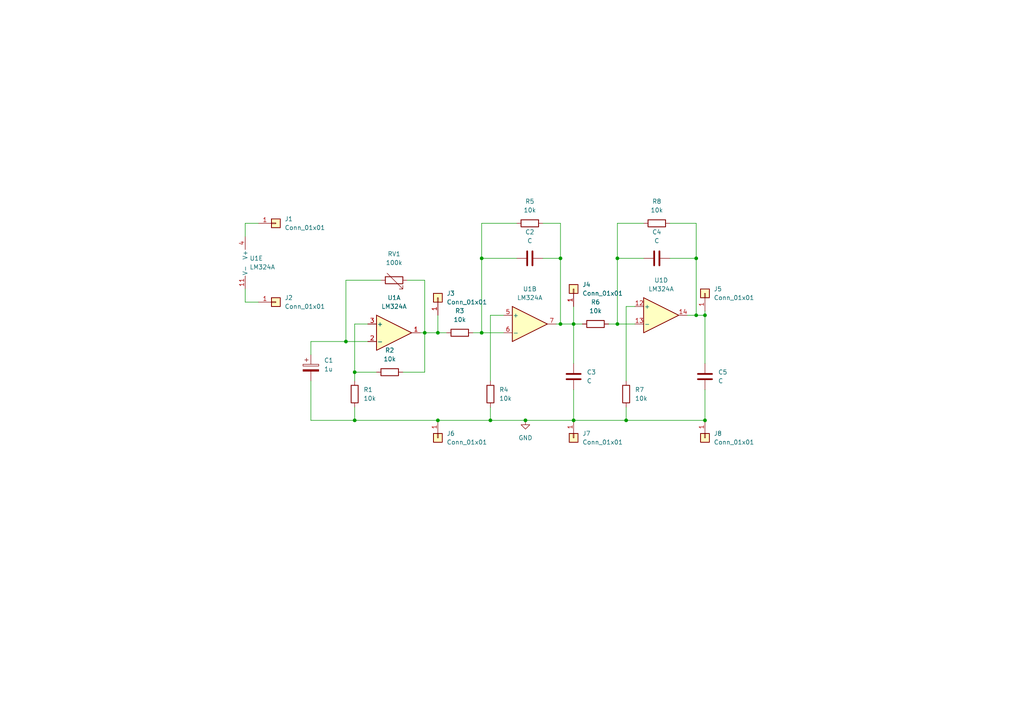
<source format=kicad_sch>
(kicad_sch (version 20211123) (generator eeschema)
  (paper "A4")
  (title_block (title "Generador de Ondas") (date "2022-09-01") (rev "1.0") (company "Instituto Tecnológico de Costa Rica") (comment 1 "Prototipo de PCB"))
  (lib_symbols
    (symbol "Amplifier_Operational:LM324A" (pin_names (offset 0.127))
      (property "Reference" "U" (at 0 5.08 0))
      (property "Value" "LM324A" (at 0 -5.08 0))
      (symbol "LM324A_1_1"
        (polyline (pts (xy -5.08 5.08) (xy 5.08 0) (xy -5.08 -5.08) (xy -5.08 5.08)) (stroke (width 0.254)) (fill (type background)))
        (pin output line (at 7.62 0 180) (length 2.54) (name "~") (number "1"))
        (pin input line (at -7.62 -2.54 0) (length 2.54) (name "-") (number "2"))
        (pin input line (at -7.62 2.54 0) (length 2.54) (name "+") (number "3"))
      )
      (symbol "LM324A_2_1"
        (polyline (pts (xy -5.08 5.08) (xy 5.08 0) (xy -5.08 -5.08) (xy -5.08 5.08)) (stroke (width 0.254)) (fill (type background)))
        (pin input line (at -7.62 2.54 0) (length 2.54) (name "+") (number "5"))
        (pin input line (at -7.62 -2.54 0) (length 2.54) (name "-") (number "6"))
        (pin output line (at 7.62 0 180) (length 2.54) (name "~") (number "7"))
      )
      (symbol "LM324A_3_1"
        (polyline (pts (xy -5.08 5.08) (xy 5.08 0) (xy -5.08 -5.08) (xy -5.08 5.08)) (stroke (width 0.254)) (fill (type background)))
        (pin input line (at -7.62 2.54 0) (length 2.54) (name "+") (number "10"))
        (pin output line (at 7.62 0 180) (length 2.54) (name "~") (number "8"))
        (pin input line (at -7.62 -2.54 0) (length 2.54) (name "-") (number "9"))
      )
      (symbol "LM324A_4_1"
        (polyline (pts (xy -5.08 5.08) (xy 5.08 0) (xy -5.08 -5.08) (xy -5.08 5.08)) (stroke (width 0.254)) (fill (type background)))
        (pin input line (at -7.62 2.54 0) (length 2.54) (name "+") (number "12"))
        (pin input line (at -7.62 -2.54 0) (length 2.54) (name "-") (number "13"))
        (pin output line (at 7.62 0 180) (length 2.54) (name "~") (number "14"))
      )
      (symbol "LM324A_5_1"
        (pin power_in line (at -2.54 -7.62 90) (length 3.81) (name "V-") (number "11"))
        (pin power_in line (at -2.54 7.62 270) (length 3.81) (name "V+") (number "4"))
      )
    )
    (symbol "Connector_Generic:Conn_01x01" (pin_names (offset 1.016) hide)
      (property "Reference" "J" (at 0 2.54 0))
      (property "Value" "Conn_01x01" (at 0 -2.54 0))
      (symbol "Conn_01x01_1_1"
        (rectangle (start -1.27 0.127) (end 0 -0.127) (stroke (width 0.1524)))
        (rectangle (start -1.27 1.27) (end 1.27 -1.27) (stroke (width 0.254)) (fill (type background)))
        (pin passive line (at -5.08 0 0) (length 3.81) (name "Pin_1") (number "1"))
      )
    )
    (symbol "Device:C" (pin_numbers hide) (pin_names (offset 0.254))
      (property "Reference" "C" (at 0.635 2.54 0))
      (property "Value" "C" (at 0.635 -2.54 0))
      (symbol "C_0_1"
        (polyline (pts (xy -2.032 -0.762) (xy 2.032 -0.762)) (stroke (width 0.508)))
        (polyline (pts (xy -2.032 0.762) (xy 2.032 0.762)) (stroke (width 0.508)))
      )
      (symbol "C_1_1"
        (pin passive line (at 0 3.81 270) (length 2.794) (name "~") (number "1"))
        (pin passive line (at 0 -3.81 90) (length 2.794) (name "~") (number "2"))
      )
    )
    (symbol "Device:C_Polarized" (pin_numbers hide) (pin_names (offset 0.254))
      (property "Reference" "C" (at 0.635 2.54 0))
      (property "Value" "C_Polarized" (at 0.635 -2.54 0))
      (symbol "C_Polarized_0_1"
        (rectangle (start -2.286 0.508) (end 2.286 1.016))
        (polyline (pts (xy -1.778 2.286) (xy -0.762 2.286)))
        (polyline (pts (xy -1.27 2.794) (xy -1.27 1.778)))
        (rectangle (start 2.286 -0.508) (end -2.286 -1.016) (fill (type outline)))
      )
      (symbol "C_Polarized_1_1"
        (pin passive line (at 0 3.81 270) (length 2.794) (name "~") (number "1"))
        (pin passive line (at 0 -3.81 90) (length 2.794) (name "~") (number "2"))
      )
    )
    (symbol "Device:R" (pin_numbers hide) (pin_names (offset 0))
      (property "Reference" "R" (at 2.032 0 90))
      (property "Value" "R" (at 0 0 90))
      (symbol "R_0_1"
        (rectangle (start -1.016 -2.54) (end 1.016 2.54) (stroke (width 0.254)))
      )
      (symbol "R_1_1"
        (pin passive line (at 0 3.81 270) (length 1.27) (name "~") (number "1"))
        (pin passive line (at 0 -3.81 90) (length 1.27) (name "~") (number "2"))
      )
    )
    (symbol "Device:R_Variable" (pin_numbers hide) (pin_names (offset 0))
      (property "Reference" "R" (at 2.54 -2.54 90))
      (property "Value" "R_Variable" (at -2.54 -1.27 90))
      (symbol "R_Variable_0_1"
        (rectangle (start -1.016 -2.54) (end 1.016 2.54) (stroke (width 0.254)))
        (polyline (pts (xy 2.54 1.524) (xy 2.54 2.54) (xy 1.524 2.54) (xy 2.54 2.54) (xy -2.032 -2.032)))
      )
      (symbol "R_Variable_1_1"
        (pin passive line (at 0 3.81 270) (length 1.27) (name "~") (number "1"))
        (pin passive line (at 0 -3.81 90) (length 1.27) (name "~") (number "2"))
      )
    )
    (symbol "power:GND" (power) (pin_names (offset 0))
      (property "Value" "GND" (at 0 -3.81 0))
      (symbol "GND_0_1"
        (polyline (pts (xy 0 0) (xy 0 -1.27) (xy 1.27 -1.27) (xy 0 -2.54) (xy -1.27 -1.27) (xy 0 -1.27)))
      )
      (symbol "GND_1_1"
        (pin power_in line (at 0 0 270) (length 0) hide (name "GND") (number "1"))
      )
    )
  )
  (junction (at 102.87 107.95))
  (junction (at 204.47 91.44))
  (junction (at 142.24 121.92))
  (junction (at 166.37 93.98))
  (junction (at 204.47 121.92))
  (junction (at 162.56 93.98))
  (junction (at 201.93 74.93))
  (junction (at 123.19 96.52))
  (junction (at 127 96.52))
  (junction (at 162.56 74.93))
  (junction (at 152.4 121.92))
  (junction (at 179.07 93.98))
  (junction (at 102.87 121.92))
  (junction (at 179.07 74.93))
  (junction (at 181.61 121.92))
  (junction (at 127 121.92))
  (junction (at 100.33 99.06))
  (junction (at 139.7 96.52))
  (junction (at 166.37 121.92))
  (junction (at 139.7 74.93))
  (junction (at 201.93 91.44))
  (wire (pts (xy 102.87 118.11) (xy 102.87 121.92)))
  (wire (pts (xy 123.19 96.52) (xy 127 96.52)))
  (wire (pts (xy 166.37 121.92) (xy 181.61 121.92)))
  (wire (pts (xy 179.07 93.98) (xy 184.15 93.98)))
  (wire (pts (xy 100.33 99.06) (xy 90.17 99.06)))
  (wire (pts (xy 204.47 90.17) (xy 204.47 91.44)))
  (wire (pts (xy 90.17 99.06) (xy 90.17 102.87)))
  (wire (pts (xy 179.07 64.77) (xy 179.07 74.93)))
  (wire (pts (xy 71.12 64.77) (xy 71.12 68.58)))
  (wire (pts (xy 162.56 93.98) (xy 166.37 93.98)))
  (wire (pts (xy 123.19 81.28) (xy 123.19 96.52)))
  (wire (pts (xy 139.7 96.52) (xy 146.05 96.52)))
  (wire (pts (xy 102.87 121.92) (xy 127 121.92)))
  (wire (pts (xy 142.24 118.11) (xy 142.24 121.92)))
  (wire (pts (xy 137.16 96.52) (xy 139.7 96.52)))
  (wire (pts (xy 201.93 64.77) (xy 201.93 74.93)))
  (wire (pts (xy 90.17 110.49) (xy 90.17 121.92)))
  (wire (pts (xy 157.48 64.77) (xy 162.56 64.77)))
  (wire (pts (xy 166.37 88.9) (xy 166.37 93.98)))
  (wire (pts (xy 204.47 113.03) (xy 204.47 121.92)))
  (wire (pts (xy 102.87 107.95) (xy 102.87 93.98)))
  (wire (pts (xy 201.93 91.44) (xy 199.39 91.44)))
  (wire (pts (xy 142.24 91.44) (xy 146.05 91.44)))
  (wire (pts (xy 194.31 64.77) (xy 201.93 64.77)))
  (wire (pts (xy 181.61 88.9) (xy 184.15 88.9)))
  (wire (pts (xy 186.69 64.77) (xy 179.07 64.77)))
  (wire (pts (xy 118.11 81.28) (xy 123.19 81.28)))
  (wire (pts (xy 100.33 81.28) (xy 100.33 99.06)))
  (wire (pts (xy 204.47 91.44) (xy 201.93 91.44)))
  (wire (pts (xy 152.4 121.92) (xy 166.37 121.92)))
  (wire (pts (xy 204.47 121.92) (xy 181.61 121.92)))
  (wire (pts (xy 127 96.52) (xy 129.54 96.52)))
  (wire (pts (xy 162.56 64.77) (xy 162.56 74.93)))
  (wire (pts (xy 71.12 87.63) (xy 71.12 83.82)))
  (wire (pts (xy 90.17 121.92) (xy 102.87 121.92)))
  (wire (pts (xy 166.37 93.98) (xy 168.91 93.98)))
  (wire (pts (xy 102.87 110.49) (xy 102.87 107.95)))
  (wire (pts (xy 157.48 74.93) (xy 162.56 74.93)))
  (wire (pts (xy 149.86 64.77) (xy 139.7 64.77)))
  (wire (pts (xy 186.69 74.93) (xy 179.07 74.93)))
  (wire (pts (xy 139.7 74.93) (xy 139.7 96.52)))
  (wire (pts (xy 139.7 64.77) (xy 139.7 74.93)))
  (wire (pts (xy 102.87 93.98) (xy 106.68 93.98)))
  (wire (pts (xy 181.61 121.92) (xy 181.61 118.11)))
  (wire (pts (xy 123.19 107.95) (xy 123.19 96.52)))
  (wire (pts (xy 194.31 74.93) (xy 201.93 74.93)))
  (wire (pts (xy 127 91.44) (xy 127 96.52)))
  (wire (pts (xy 116.84 107.95) (xy 123.19 107.95)))
  (wire (pts (xy 110.49 81.28) (xy 100.33 81.28)))
  (wire (pts (xy 149.86 74.93) (xy 139.7 74.93)))
  (wire (pts (xy 71.12 87.63) (xy 74.93 87.63)))
  (wire (pts (xy 166.37 93.98) (xy 166.37 105.41)))
  (wire (pts (xy 102.87 107.95) (xy 109.22 107.95)))
  (wire (pts (xy 179.07 74.93) (xy 179.07 93.98)))
  (wire (pts (xy 181.61 110.49) (xy 181.61 88.9)))
  (wire (pts (xy 121.92 96.52) (xy 123.19 96.52)))
  (wire (pts (xy 142.24 110.49) (xy 142.24 91.44)))
  (wire (pts (xy 71.12 64.77) (xy 74.93 64.77)))
  (wire (pts (xy 176.53 93.98) (xy 179.07 93.98)))
  (wire (pts (xy 161.29 93.98) (xy 162.56 93.98)))
  (wire (pts (xy 204.47 91.44) (xy 204.47 105.41)))
  (wire (pts (xy 201.93 74.93) (xy 201.93 91.44)))
  (wire (pts (xy 142.24 121.92) (xy 152.4 121.92)))
  (wire (pts (xy 106.68 99.06) (xy 100.33 99.06)))
  (wire (pts (xy 127 121.92) (xy 142.24 121.92)))
  (wire (pts (xy 162.56 74.93) (xy 162.56 93.98)))
  (wire (pts (xy 166.37 113.03) (xy 166.37 121.92)))
  (symbol (lib_id "Device:R") (at 142.24 114.3 0) (unit 1)
    (property "Reference" "R4" (at 144.78 113.0299 0) (effects (justify left)))
    (property "Value" "10k" (at 144.78 115.5699 0) (effects (justify left)))
    (property "Footprint" "Resistor_THT:R_Axial_DIN0207_L6.3mm_D2.5mm_P10.16mm_Horizontal" (effects hide))
  )
  (symbol (lib_id "Connector_Generic:Conn_01x01") (at 127 86.36 90) (unit 1)
    (property "Reference" "J3" (at 129.54 85.0899 90) (effects (justify right)))
    (property "Value" "Conn_01x01" (at 129.54 87.6299 90) (effects (justify right)))
    (property "Footprint" "TerminalBlock_MetzConnect:TerminalBlock_MetzConnect_360271_1x01_Horizontal_ScrewM3.0_Boxed" (effects hide))
  )
  (symbol (lib_id "Device:R") (at 190.5 64.77 90) (unit 1)
    (property "Reference" "R8" (at 190.5 58.42 90))
    (property "Value" "10k" (at 190.5 60.96 90))
    (property "Footprint" "Resistor_THT:R_Axial_DIN0207_L6.3mm_D2.5mm_P10.16mm_Horizontal" (effects hide))
  )
  (symbol (lib_id "Connector_Generic:Conn_01x01") (at 127 127 270) (unit 1)
    (property "Reference" "J6" (at 129.54 125.7299 90) (effects (justify left)))
    (property "Value" "Conn_01x01" (at 129.54 128.2699 90) (effects (justify left)))
    (property "Footprint" "TerminalBlock_MetzConnect:TerminalBlock_MetzConnect_360271_1x01_Horizontal_ScrewM3.0_Boxed" (effects hide))
  )
  (symbol (lib_id "Connector_Generic:Conn_01x01") (at 166.37 127 270) (unit 1)
    (property "Reference" "J7" (at 168.91 125.7299 90) (effects (justify left)))
    (property "Value" "Conn_01x01" (at 168.91 128.2699 90) (effects (justify left)))
    (property "Footprint" "TerminalBlock_MetzConnect:TerminalBlock_MetzConnect_360271_1x01_Horizontal_ScrewM3.0_Boxed" (effects hide))
  )
  (symbol (lib_id "Connector_Generic:Conn_01x01") (at 204.47 85.09 90) (unit 1)
    (property "Reference" "J5" (at 207.01 83.8199 90) (effects (justify right)))
    (property "Value" "Conn_01x01" (at 207.01 86.3599 90) (effects (justify right)))
    (property "Footprint" "TerminalBlock_MetzConnect:TerminalBlock_MetzConnect_360271_1x01_Horizontal_ScrewM3.0_Boxed" (effects hide))
  )
  (symbol (lib_id "Amplifier_Operational:LM324A") (at 153.67 93.98 0) (unit 2)
    (property "Reference" "U1" (at 153.67 83.82 0))
    (property "Value" "LM324A" (at 153.67 86.36 0))
    (property "Footprint" "Package_DIP:DIP-14_W7.62mm_LongPads" (effects hide))
    (property "Datasheet" "http://www.ti.com/lit/ds/symlink/lm2902-n.pdf" (effects hide))
  )
  (symbol (lib_id "Device:R") (at 113.03 107.95 90) (unit 1)
    (property "Reference" "R2" (at 113.03 101.6 90))
    (property "Value" "10k" (at 113.03 104.14 90))
    (property "Footprint" "Resistor_THT:R_Axial_DIN0207_L6.3mm_D2.5mm_P10.16mm_Horizontal" (effects hide))
  )
  (symbol (lib_id "Device:R") (at 172.72 93.98 90) (unit 1)
    (property "Reference" "R6" (at 172.72 87.63 90))
    (property "Value" "10k" (at 172.72 90.17 90))
    (property "Footprint" "Resistor_THT:R_Axial_DIN0207_L6.3mm_D2.5mm_P10.16mm_Horizontal" (effects hide))
  )
  (symbol (lib_id "Connector_Generic:Conn_01x01") (at 80.01 87.63 0) (unit 1)
    (property "Reference" "J2" (at 82.55 86.3599 0) (effects (justify left)))
    (property "Value" "Conn_01x01" (at 82.55 88.8999 0) (effects (justify left)))
    (property "Footprint" "TerminalBlock_MetzConnect:TerminalBlock_MetzConnect_360271_1x01_Horizontal_ScrewM3.0_Boxed" (effects hide))
  )
  (symbol (lib_id "Amplifier_Operational:LM324A") (at 73.66 76.2 0) (unit 5)
    (property "Reference" "U1" (at 72.39 74.9299 0) (effects (justify left)))
    (property "Value" "LM324A" (at 72.39 77.4699 0) (effects (justify left)))
    (property "Footprint" "Package_DIP:DIP-14_W7.62mm_LongPads" (effects hide))
    (property "Datasheet" "http://www.ti.com/lit/ds/symlink/lm2902-n.pdf" (effects hide))
  )
  (symbol (lib_id "Device:C") (at 204.47 109.22 180) (unit 1)
    (property "Reference" "C5" (at 208.28 107.9499 0) (effects (justify right)))
    (property "Value" "C" (at 208.28 110.4899 0) (effects (justify right)))
    (property "Footprint" "Capacitor_THT:C_Rect_L4.6mm_W3.0mm_P2.50mm_MKS02_FKP02" (effects hide))
  )
  (symbol (lib_id "Device:C") (at 190.5 74.93 90) (unit 1)
    (property "Reference" "C4" (at 190.5 67.31 90))
    (property "Value" "C" (at 190.5 69.85 90))
    (property "Footprint" "Capacitor_THT:C_Disc_D8.0mm_W5.0mm_P10.00mm" (effects hide))
  )
  (symbol (lib_id "Amplifier_Operational:LM324A") (at 191.77 91.44 0) (unit 4)
    (property "Reference" "U1" (at 191.77 81.28 0))
    (property "Value" "LM324A" (at 191.77 83.82 0))
    (property "Footprint" "Package_DIP:DIP-14_W7.62mm_LongPads" (effects hide))
    (property "Datasheet" "http://www.ti.com/lit/ds/symlink/lm2902-n.pdf" (effects hide))
  )
  (symbol (lib_id "Device:R") (at 133.35 96.52 90) (unit 1)
    (property "Reference" "R3" (at 133.35 90.17 90))
    (property "Value" "10k" (at 133.35 92.71 90))
    (property "Footprint" "Resistor_THT:R_Axial_DIN0207_L6.3mm_D2.5mm_P10.16mm_Horizontal" (effects hide))
  )
  (symbol (lib_id "Device:R") (at 181.61 114.3 0) (unit 1)
    (property "Reference" "R7" (at 184.15 113.0299 0) (effects (justify left)))
    (property "Value" "10k" (at 184.15 115.5699 0) (effects (justify left)))
    (property "Footprint" "Resistor_THT:R_Axial_DIN0207_L6.3mm_D2.5mm_P10.16mm_Horizontal" (effects hide))
  )
  (symbol (lib_id "Connector_Generic:Conn_01x01") (at 166.37 83.82 90) (unit 1)
    (property "Reference" "J4" (at 168.91 82.5499 90) (effects (justify right)))
    (property "Value" "Conn_01x01" (at 168.91 85.0899 90) (effects (justify right)))
    (property "Footprint" "TerminalBlock_MetzConnect:TerminalBlock_MetzConnect_360271_1x01_Horizontal_ScrewM3.0_Boxed" (effects hide))
  )
  (symbol (lib_id "Device:R") (at 153.67 64.77 90) (unit 1)
    (property "Reference" "R5" (at 153.67 58.42 90))
    (property "Value" "10k" (at 153.67 60.96 90))
    (property "Footprint" "Resistor_THT:R_Axial_DIN0207_L6.3mm_D2.5mm_P10.16mm_Horizontal" (effects hide))
  )
  (symbol (lib_id "Device:R_Variable") (at 114.3 81.28 270) (unit 1)
    (property "Reference" "RV1" (at 114.3 73.66 90))
    (property "Value" "100k" (at 114.3 76.2 90))
    (property "Footprint" "Potentiometer_THT:Potentiometer_Alps_RK163_Single_Horizontal" (effects hide))
  )
  (symbol (lib_id "Connector_Generic:Conn_01x01") (at 204.47 127 270) (unit 1)
    (property "Reference" "J8" (at 207.01 125.7299 90) (effects (justify left)))
    (property "Value" "Conn_01x01" (at 207.01 128.2699 90) (effects (justify left)))
    (property "Footprint" "TerminalBlock_MetzConnect:TerminalBlock_MetzConnect_360271_1x01_Horizontal_ScrewM3.0_Boxed" (effects hide))
  )
  (symbol (lib_id "power:GND") (at 152.4 121.92 0) (unit 1)
    (property "Reference" "#PWR01" (effects hide))
    (property "Value" "GND" (at 152.4 127 0))
  )
  (symbol (lib_id "Device:C") (at 153.67 74.93 90) (unit 1)
    (property "Reference" "C2" (at 153.67 67.31 90))
    (property "Value" "C" (at 153.67 69.85 90))
    (property "Footprint" "Capacitor_THT:C_Disc_D8.0mm_W5.0mm_P10.00mm" (effects hide))
  )
  (symbol (lib_id "Device:C") (at 166.37 109.22 180) (unit 1)
    (property "Reference" "C3" (at 170.18 107.9499 0) (effects (justify right)))
    (property "Value" "C" (at 170.18 110.4899 0) (effects (justify right)))
    (property "Footprint" "Capacitor_THT:C_Rect_L4.6mm_W3.0mm_P2.50mm_MKS02_FKP02" (effects hide))
  )
  (symbol (lib_id "Device:R") (at 102.87 114.3 0) (unit 1)
    (property "Reference" "R1" (at 105.41 113.0299 0) (effects (justify left)))
    (property "Value" "10k" (at 105.41 115.5699 0) (effects (justify left)))
    (property "Footprint" "Resistor_THT:R_Axial_DIN0207_L6.3mm_D2.5mm_P10.16mm_Horizontal" (effects hide))
  )
  (symbol (lib_id "Connector_Generic:Conn_01x01") (at 80.01 64.77 0) (unit 1)
    (property "Reference" "J1" (at 82.55 63.4999 0) (effects (justify left)))
    (property "Value" "Conn_01x01" (at 82.55 66.0399 0) (effects (justify left)))
    (property "Footprint" "TerminalBlock_MetzConnect:TerminalBlock_MetzConnect_360271_1x01_Horizontal_ScrewM3.0_Boxed" (effects hide))
  )
  (symbol (lib_id "Device:C_Polarized") (at 90.17 106.68 0) (unit 1)
    (property "Reference" "C1" (at 93.98 104.5209 0) (effects (justify left)))
    (property "Value" "1u" (at 93.98 107.0609 0) (effects (justify left)))
    (property "Footprint" "Capacitor_THT:CP_Radial_D5.0mm_P2.50mm" (effects hide))
  )
  (symbol (lib_id "Amplifier_Operational:LM324A") (at 114.3 96.52 0) (unit 1)
    (property "Reference" "U1" (at 114.3 86.36 0))
    (property "Value" "LM324A" (at 114.3 88.9 0))
    (property "Footprint" "Package_DIP:DIP-14_W7.62mm_LongPads" (effects hide))
    (property "Datasheet" "http://www.ti.com/lit/ds/symlink/lm2902-n.pdf" (effects hide))
  )
)
</source>
